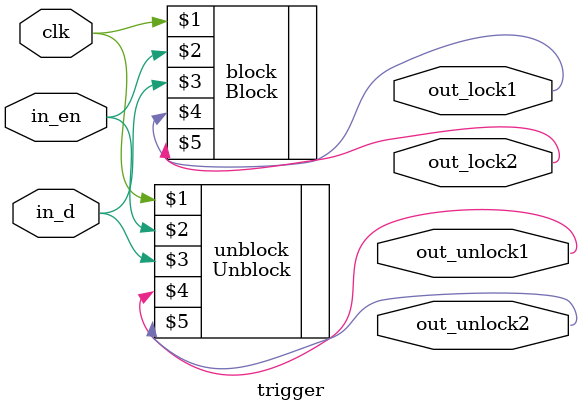
<source format=v>
module trigger(clk,in_en,in_d,out_lock1,out_lock2,out_unlock1,out_unlock2);
input clk,in_en,in_d;
output out_lock1,out_lock2,out_unlock1,out_unlock2;

Block block(clk,in_en,in_d,out_lock1,out_lock2);
Unblock unblock(clk,in_en,in_d,out_unlock1,out_unlock2);


endmodule
</source>
